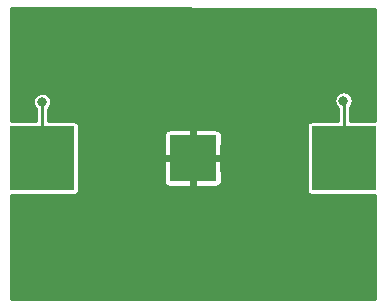
<source format=gbr>
%TF.GenerationSoftware,KiCad,Pcbnew,(5.1.7)-1*%
%TF.CreationDate,2021-01-08T18:54:40-03:00*%
%TF.ProjectId,GettingToBlinky5.0,47657474-696e-4675-946f-426c696e6b79,rev?*%
%TF.SameCoordinates,Original*%
%TF.FileFunction,Copper,L2,Bot*%
%TF.FilePolarity,Positive*%
%FSLAX46Y46*%
G04 Gerber Fmt 4.6, Leading zero omitted, Abs format (unit mm)*
G04 Created by KiCad (PCBNEW (5.1.7)-1) date 2021-01-08 18:54:40*
%MOMM*%
%LPD*%
G01*
G04 APERTURE LIST*
%TA.AperFunction,SMDPad,CuDef*%
%ADD10R,5.500000X5.500000*%
%TD*%
%TA.AperFunction,SMDPad,CuDef*%
%ADD11R,4.000000X4.000000*%
%TD*%
%TA.AperFunction,ViaPad*%
%ADD12C,0.800000*%
%TD*%
%TA.AperFunction,Conductor*%
%ADD13C,0.250000*%
%TD*%
%TA.AperFunction,Conductor*%
%ADD14C,0.100000*%
%TD*%
G04 APERTURE END LIST*
D10*
%TO.P,BT1,1*%
%TO.N,/VDD*%
X149452000Y-95072200D03*
D11*
%TO.P,BT1,2*%
%TO.N,GND*%
X136652000Y-95072200D03*
D10*
%TO.P,BT1,1*%
%TO.N,/VDD*%
X123852000Y-95072200D03*
%TD*%
D12*
%TO.N,GND*%
X128600000Y-104800000D03*
X128500000Y-90100000D03*
X134000000Y-90400000D03*
%TO.N,/VDD*%
X123900000Y-90300000D03*
X149400000Y-90200000D03*
%TD*%
D13*
%TO.N,/VDD*%
X123852000Y-90348000D02*
X123900000Y-90300000D01*
X123852000Y-95072200D02*
X123852000Y-90348000D01*
X149452000Y-90252000D02*
X149400000Y-90200000D01*
X149452000Y-95072200D02*
X149452000Y-90252000D01*
%TD*%
%TO.N,GND*%
X152076201Y-82416278D02*
X152076201Y-91945386D01*
X149952000Y-91945386D01*
X149952000Y-90744016D01*
X150001982Y-90694034D01*
X150086796Y-90567100D01*
X150145217Y-90426059D01*
X150175000Y-90276331D01*
X150175000Y-90123669D01*
X150145217Y-89973941D01*
X150086796Y-89832900D01*
X150001982Y-89705966D01*
X149894034Y-89598018D01*
X149767100Y-89513204D01*
X149626059Y-89454783D01*
X149476331Y-89425000D01*
X149323669Y-89425000D01*
X149173941Y-89454783D01*
X149032900Y-89513204D01*
X148905966Y-89598018D01*
X148798018Y-89705966D01*
X148713204Y-89832900D01*
X148654783Y-89973941D01*
X148625000Y-90123669D01*
X148625000Y-90276331D01*
X148654783Y-90426059D01*
X148713204Y-90567100D01*
X148798018Y-90694034D01*
X148905966Y-90801982D01*
X148952001Y-90832741D01*
X148952001Y-91945386D01*
X146702000Y-91945386D01*
X146628487Y-91952626D01*
X146557800Y-91974069D01*
X146492653Y-92008891D01*
X146435552Y-92055752D01*
X146388691Y-92112853D01*
X146353869Y-92178000D01*
X146332426Y-92248687D01*
X146325186Y-92322200D01*
X146325186Y-97822200D01*
X146332426Y-97895713D01*
X146353869Y-97966400D01*
X146388691Y-98031547D01*
X146435552Y-98088648D01*
X146492653Y-98135509D01*
X146557800Y-98170331D01*
X146628487Y-98191774D01*
X146702000Y-98199014D01*
X152076200Y-98199014D01*
X152076200Y-107016600D01*
X121227800Y-107016600D01*
X121227800Y-98199014D01*
X126602000Y-98199014D01*
X126675513Y-98191774D01*
X126746200Y-98170331D01*
X126811347Y-98135509D01*
X126868448Y-98088648D01*
X126915309Y-98031547D01*
X126950131Y-97966400D01*
X126971574Y-97895713D01*
X126978814Y-97822200D01*
X126978814Y-97072200D01*
X134224944Y-97072200D01*
X134233150Y-97155514D01*
X134257452Y-97235627D01*
X134296916Y-97309460D01*
X134350026Y-97374174D01*
X134414740Y-97427284D01*
X134488573Y-97466748D01*
X134568686Y-97491050D01*
X134652000Y-97499256D01*
X136370750Y-97497200D01*
X136477000Y-97390950D01*
X136477000Y-95247200D01*
X136827000Y-95247200D01*
X136827000Y-97390950D01*
X136933250Y-97497200D01*
X138652000Y-97499256D01*
X138735314Y-97491050D01*
X138815427Y-97466748D01*
X138889260Y-97427284D01*
X138953974Y-97374174D01*
X139007084Y-97309460D01*
X139046548Y-97235627D01*
X139070850Y-97155514D01*
X139079056Y-97072200D01*
X139077000Y-95353450D01*
X138970750Y-95247200D01*
X136827000Y-95247200D01*
X136477000Y-95247200D01*
X134333250Y-95247200D01*
X134227000Y-95353450D01*
X134224944Y-97072200D01*
X126978814Y-97072200D01*
X126978814Y-93072200D01*
X134224944Y-93072200D01*
X134227000Y-94790950D01*
X134333250Y-94897200D01*
X136477000Y-94897200D01*
X136477000Y-92753450D01*
X136827000Y-92753450D01*
X136827000Y-94897200D01*
X138970750Y-94897200D01*
X139077000Y-94790950D01*
X139079056Y-93072200D01*
X139070850Y-92988886D01*
X139046548Y-92908773D01*
X139007084Y-92834940D01*
X138953974Y-92770226D01*
X138889260Y-92717116D01*
X138815427Y-92677652D01*
X138735314Y-92653350D01*
X138652000Y-92645144D01*
X136933250Y-92647200D01*
X136827000Y-92753450D01*
X136477000Y-92753450D01*
X136370750Y-92647200D01*
X134652000Y-92645144D01*
X134568686Y-92653350D01*
X134488573Y-92677652D01*
X134414740Y-92717116D01*
X134350026Y-92770226D01*
X134296916Y-92834940D01*
X134257452Y-92908773D01*
X134233150Y-92988886D01*
X134224944Y-93072200D01*
X126978814Y-93072200D01*
X126978814Y-92322200D01*
X126971574Y-92248687D01*
X126950131Y-92178000D01*
X126915309Y-92112853D01*
X126868448Y-92055752D01*
X126811347Y-92008891D01*
X126746200Y-91974069D01*
X126675513Y-91952626D01*
X126602000Y-91945386D01*
X124352000Y-91945386D01*
X124352000Y-90930068D01*
X124394034Y-90901982D01*
X124501982Y-90794034D01*
X124586796Y-90667100D01*
X124645217Y-90526059D01*
X124675000Y-90376331D01*
X124675000Y-90223669D01*
X124645217Y-90073941D01*
X124586796Y-89932900D01*
X124501982Y-89805966D01*
X124394034Y-89698018D01*
X124267100Y-89613204D01*
X124126059Y-89554783D01*
X123976331Y-89525000D01*
X123823669Y-89525000D01*
X123673941Y-89554783D01*
X123532900Y-89613204D01*
X123405966Y-89698018D01*
X123298018Y-89805966D01*
X123213204Y-89932900D01*
X123154783Y-90073941D01*
X123125000Y-90223669D01*
X123125000Y-90376331D01*
X123154783Y-90526059D01*
X123213204Y-90667100D01*
X123298018Y-90794034D01*
X123352001Y-90848017D01*
X123352001Y-91945386D01*
X121227800Y-91945386D01*
X121227800Y-82391521D01*
X152076201Y-82416278D01*
%TA.AperFunction,Conductor*%
D14*
G36*
X152076201Y-82416278D02*
G01*
X152076201Y-91945386D01*
X149952000Y-91945386D01*
X149952000Y-90744016D01*
X150001982Y-90694034D01*
X150086796Y-90567100D01*
X150145217Y-90426059D01*
X150175000Y-90276331D01*
X150175000Y-90123669D01*
X150145217Y-89973941D01*
X150086796Y-89832900D01*
X150001982Y-89705966D01*
X149894034Y-89598018D01*
X149767100Y-89513204D01*
X149626059Y-89454783D01*
X149476331Y-89425000D01*
X149323669Y-89425000D01*
X149173941Y-89454783D01*
X149032900Y-89513204D01*
X148905966Y-89598018D01*
X148798018Y-89705966D01*
X148713204Y-89832900D01*
X148654783Y-89973941D01*
X148625000Y-90123669D01*
X148625000Y-90276331D01*
X148654783Y-90426059D01*
X148713204Y-90567100D01*
X148798018Y-90694034D01*
X148905966Y-90801982D01*
X148952001Y-90832741D01*
X148952001Y-91945386D01*
X146702000Y-91945386D01*
X146628487Y-91952626D01*
X146557800Y-91974069D01*
X146492653Y-92008891D01*
X146435552Y-92055752D01*
X146388691Y-92112853D01*
X146353869Y-92178000D01*
X146332426Y-92248687D01*
X146325186Y-92322200D01*
X146325186Y-97822200D01*
X146332426Y-97895713D01*
X146353869Y-97966400D01*
X146388691Y-98031547D01*
X146435552Y-98088648D01*
X146492653Y-98135509D01*
X146557800Y-98170331D01*
X146628487Y-98191774D01*
X146702000Y-98199014D01*
X152076200Y-98199014D01*
X152076200Y-107016600D01*
X121227800Y-107016600D01*
X121227800Y-98199014D01*
X126602000Y-98199014D01*
X126675513Y-98191774D01*
X126746200Y-98170331D01*
X126811347Y-98135509D01*
X126868448Y-98088648D01*
X126915309Y-98031547D01*
X126950131Y-97966400D01*
X126971574Y-97895713D01*
X126978814Y-97822200D01*
X126978814Y-97072200D01*
X134224944Y-97072200D01*
X134233150Y-97155514D01*
X134257452Y-97235627D01*
X134296916Y-97309460D01*
X134350026Y-97374174D01*
X134414740Y-97427284D01*
X134488573Y-97466748D01*
X134568686Y-97491050D01*
X134652000Y-97499256D01*
X136370750Y-97497200D01*
X136477000Y-97390950D01*
X136477000Y-95247200D01*
X136827000Y-95247200D01*
X136827000Y-97390950D01*
X136933250Y-97497200D01*
X138652000Y-97499256D01*
X138735314Y-97491050D01*
X138815427Y-97466748D01*
X138889260Y-97427284D01*
X138953974Y-97374174D01*
X139007084Y-97309460D01*
X139046548Y-97235627D01*
X139070850Y-97155514D01*
X139079056Y-97072200D01*
X139077000Y-95353450D01*
X138970750Y-95247200D01*
X136827000Y-95247200D01*
X136477000Y-95247200D01*
X134333250Y-95247200D01*
X134227000Y-95353450D01*
X134224944Y-97072200D01*
X126978814Y-97072200D01*
X126978814Y-93072200D01*
X134224944Y-93072200D01*
X134227000Y-94790950D01*
X134333250Y-94897200D01*
X136477000Y-94897200D01*
X136477000Y-92753450D01*
X136827000Y-92753450D01*
X136827000Y-94897200D01*
X138970750Y-94897200D01*
X139077000Y-94790950D01*
X139079056Y-93072200D01*
X139070850Y-92988886D01*
X139046548Y-92908773D01*
X139007084Y-92834940D01*
X138953974Y-92770226D01*
X138889260Y-92717116D01*
X138815427Y-92677652D01*
X138735314Y-92653350D01*
X138652000Y-92645144D01*
X136933250Y-92647200D01*
X136827000Y-92753450D01*
X136477000Y-92753450D01*
X136370750Y-92647200D01*
X134652000Y-92645144D01*
X134568686Y-92653350D01*
X134488573Y-92677652D01*
X134414740Y-92717116D01*
X134350026Y-92770226D01*
X134296916Y-92834940D01*
X134257452Y-92908773D01*
X134233150Y-92988886D01*
X134224944Y-93072200D01*
X126978814Y-93072200D01*
X126978814Y-92322200D01*
X126971574Y-92248687D01*
X126950131Y-92178000D01*
X126915309Y-92112853D01*
X126868448Y-92055752D01*
X126811347Y-92008891D01*
X126746200Y-91974069D01*
X126675513Y-91952626D01*
X126602000Y-91945386D01*
X124352000Y-91945386D01*
X124352000Y-90930068D01*
X124394034Y-90901982D01*
X124501982Y-90794034D01*
X124586796Y-90667100D01*
X124645217Y-90526059D01*
X124675000Y-90376331D01*
X124675000Y-90223669D01*
X124645217Y-90073941D01*
X124586796Y-89932900D01*
X124501982Y-89805966D01*
X124394034Y-89698018D01*
X124267100Y-89613204D01*
X124126059Y-89554783D01*
X123976331Y-89525000D01*
X123823669Y-89525000D01*
X123673941Y-89554783D01*
X123532900Y-89613204D01*
X123405966Y-89698018D01*
X123298018Y-89805966D01*
X123213204Y-89932900D01*
X123154783Y-90073941D01*
X123125000Y-90223669D01*
X123125000Y-90376331D01*
X123154783Y-90526059D01*
X123213204Y-90667100D01*
X123298018Y-90794034D01*
X123352001Y-90848017D01*
X123352001Y-91945386D01*
X121227800Y-91945386D01*
X121227800Y-82391521D01*
X152076201Y-82416278D01*
G37*
%TD.AperFunction*%
%TD*%
M02*

</source>
